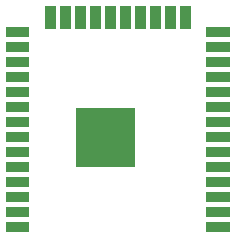
<source format=gbp>
G04 Layer: BottomPasteMaskLayer*
G04 EasyEDA v6.4.17, 2021-08-18T09:55:10--4:00*
G04 6e8a5ac20ec34cd9bcedad4da788ba3a,10*
G04 Gerber Generator version 0.2*
G04 Scale: 100 percent, Rotated: No, Reflected: No *
G04 Dimensions in millimeters *
G04 leading zeros omitted , absolute positions ,4 integer and 5 decimal *
%FSLAX45Y45*%
%MOMM*%

%ADD10C,0.0001*%

%LPD*%
G36*
X3126709Y7310798D02*
G01*
X3326709Y7310798D01*
X3326709Y7400800D01*
X3126709Y7400800D01*
G37*
G36*
X3126709Y7437798D02*
G01*
X3326709Y7437798D01*
X3326709Y7527800D01*
X3126709Y7527800D01*
G37*
G36*
X3126709Y7564798D02*
G01*
X3326709Y7564798D01*
X3326709Y7654800D01*
X3126709Y7654800D01*
G37*
G36*
X3126709Y7691798D02*
G01*
X3326709Y7691798D01*
X3326709Y7781800D01*
X3126709Y7781800D01*
G37*
G36*
X3126709Y7818798D02*
G01*
X3326709Y7818798D01*
X3326709Y7908800D01*
X3126709Y7908800D01*
G37*
G36*
X3126709Y7945798D02*
G01*
X3326709Y7945798D01*
X3326709Y8035800D01*
X3126709Y8035800D01*
G37*
G36*
X3126709Y8072798D02*
G01*
X3326709Y8072798D01*
X3326709Y8162800D01*
X3126709Y8162800D01*
G37*
G36*
X3126709Y8199798D02*
G01*
X3326709Y8199798D01*
X3326709Y8289800D01*
X3126709Y8289800D01*
G37*
G36*
X3126709Y8326798D02*
G01*
X3326709Y8326798D01*
X3326709Y8416800D01*
X3126709Y8416800D01*
G37*
G36*
X3126709Y8453798D02*
G01*
X3326709Y8453798D01*
X3326709Y8543800D01*
X3126709Y8543800D01*
G37*
G36*
X3126709Y8580798D02*
G01*
X3326709Y8580798D01*
X3326709Y8670800D01*
X3126709Y8670800D01*
G37*
G36*
X3126709Y8707798D02*
G01*
X3326709Y8707798D01*
X3326709Y8797800D01*
X3126709Y8797800D01*
G37*
G36*
X3126709Y8834798D02*
G01*
X3326709Y8834798D01*
X3326709Y8924800D01*
X3126709Y8924800D01*
G37*
G36*
X3126709Y8961798D02*
G01*
X3326709Y8961798D01*
X3326709Y9051800D01*
X3126709Y9051800D01*
G37*
G36*
X3550201Y9028811D02*
G01*
X3550201Y9228810D01*
X3460198Y9228810D01*
X3460198Y9028811D01*
G37*
G36*
X3677201Y9028811D02*
G01*
X3677201Y9228810D01*
X3587198Y9228810D01*
X3587198Y9028811D01*
G37*
G36*
X3804201Y9028811D02*
G01*
X3804201Y9228810D01*
X3714198Y9228810D01*
X3714198Y9028811D01*
G37*
G36*
X3931201Y9028811D02*
G01*
X3931201Y9228810D01*
X3841198Y9228810D01*
X3841198Y9028811D01*
G37*
G36*
X4058201Y9028811D02*
G01*
X4058201Y9228810D01*
X3968198Y9228810D01*
X3968198Y9028811D01*
G37*
G36*
X4095198Y9028790D02*
G01*
X4095198Y9228790D01*
X4185201Y9228790D01*
X4185201Y9028790D01*
G37*
G36*
X4222198Y9028790D02*
G01*
X4222198Y9228790D01*
X4312201Y9228790D01*
X4312201Y9028790D01*
G37*
G36*
X4349198Y9028790D02*
G01*
X4349198Y9228790D01*
X4439201Y9228790D01*
X4439201Y9028790D01*
G37*
G36*
X4476198Y9028790D02*
G01*
X4476198Y9228790D01*
X4566201Y9228790D01*
X4566201Y9028790D01*
G37*
G36*
X4603198Y9028790D02*
G01*
X4603198Y9228790D01*
X4693201Y9228790D01*
X4693201Y9028790D01*
G37*
G36*
X4826690Y9051800D02*
G01*
X5026690Y9051800D01*
X5026690Y8961798D01*
X4826690Y8961798D01*
G37*
G36*
X4826690Y8924800D02*
G01*
X5026690Y8924800D01*
X5026690Y8834798D01*
X4826690Y8834798D01*
G37*
G36*
X4826690Y8797800D02*
G01*
X5026690Y8797800D01*
X5026690Y8707798D01*
X4826690Y8707798D01*
G37*
G36*
X4826690Y8670800D02*
G01*
X5026690Y8670800D01*
X5026690Y8580798D01*
X4826690Y8580798D01*
G37*
G36*
X4826690Y8543800D02*
G01*
X5026690Y8543800D01*
X5026690Y8453798D01*
X4826690Y8453798D01*
G37*
G36*
X4826690Y8416800D02*
G01*
X5026690Y8416800D01*
X5026690Y8326798D01*
X4826690Y8326798D01*
G37*
G36*
X4826690Y8289800D02*
G01*
X5026690Y8289800D01*
X5026690Y8199798D01*
X4826690Y8199798D01*
G37*
G36*
X4826690Y8162800D02*
G01*
X5026690Y8162800D01*
X5026690Y8072798D01*
X4826690Y8072798D01*
G37*
G36*
X4826690Y8035800D02*
G01*
X5026690Y8035800D01*
X5026690Y7945798D01*
X4826690Y7945798D01*
G37*
G36*
X4826690Y7908800D02*
G01*
X5026690Y7908800D01*
X5026690Y7818798D01*
X4826690Y7818798D01*
G37*
G36*
X4826690Y7781800D02*
G01*
X5026690Y7781800D01*
X5026690Y7691798D01*
X4826690Y7691798D01*
G37*
G36*
X4826690Y7654800D02*
G01*
X5026690Y7654800D01*
X5026690Y7564798D01*
X4826690Y7564798D01*
G37*
G36*
X4826690Y7527800D02*
G01*
X5026690Y7527800D01*
X5026690Y7437798D01*
X4826690Y7437798D01*
G37*
G36*
X4826690Y7400800D02*
G01*
X5026690Y7400800D01*
X5026690Y7310798D01*
X4826690Y7310798D01*
G37*
G36*
X3724998Y7860101D02*
G01*
X4225000Y7860101D01*
X4225000Y8360100D01*
X3724998Y8360100D01*
G37*
M02*

</source>
